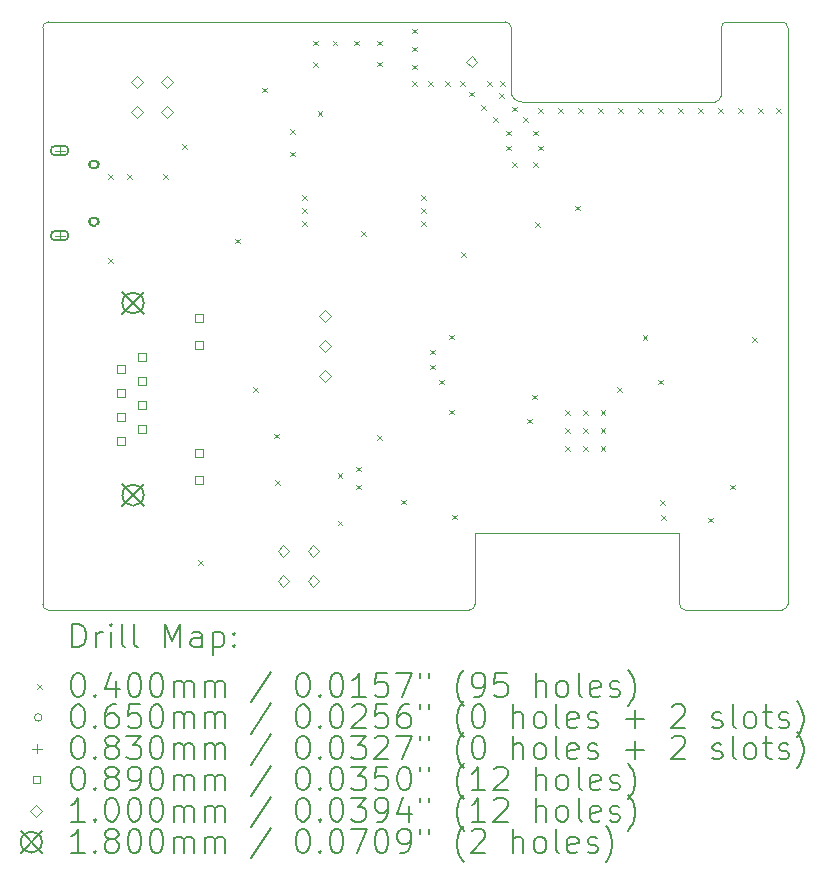
<source format=gbr>
%FSLAX45Y45*%
G04 Gerber Fmt 4.5, Leading zero omitted, Abs format (unit mm)*
G04 Created by KiCad (PCBNEW (6.0.6-0)) date 2022-08-24 21:23:55*
%MOMM*%
%LPD*%
G01*
G04 APERTURE LIST*
%TA.AperFunction,Profile*%
%ADD10C,0.100000*%
%TD*%
%ADD11C,0.200000*%
%ADD12C,0.040000*%
%ADD13C,0.065000*%
%ADD14C,0.083000*%
%ADD15C,0.089000*%
%ADD16C,0.100000*%
%ADD17C,0.180000*%
G04 APERTURE END LIST*
D10*
X5273200Y-15596800D02*
G75*
G03*
X5323200Y-15646800I50000J0D01*
G01*
X9189925Y-10666800D02*
X5323200Y-10666800D01*
X8886055Y-15646800D02*
X5323200Y-15646800D01*
X11533200Y-15646800D02*
X10716055Y-15646800D01*
X10666060Y-15596800D02*
G75*
G03*
X10716055Y-15646800I50000J0D01*
G01*
X11533200Y-15646800D02*
G75*
G03*
X11583200Y-15596800I0J50000D01*
G01*
X11583200Y-15596800D02*
X11583200Y-10716800D01*
X10666055Y-14996800D02*
X8936055Y-14996800D01*
X5273200Y-15596800D02*
X5273200Y-10716800D01*
X11583200Y-10716800D02*
G75*
G03*
X11533200Y-10666800I-50000J0D01*
G01*
X11533200Y-10666800D02*
X11069326Y-10666800D01*
X11069326Y-10666794D02*
G75*
G03*
X11018520Y-10716800I4J-50817D01*
G01*
X9240519Y-11254740D02*
G75*
G03*
X9331960Y-11343045I86321J-2110D01*
G01*
X11018520Y-11292600D02*
X11018520Y-10716800D01*
X10666055Y-15596800D02*
X10666055Y-14996800D01*
X5323200Y-10666800D02*
G75*
G03*
X5273200Y-10716800I0J-50000D01*
G01*
X8886055Y-15646795D02*
G75*
G03*
X8936055Y-15596800I5J49995D01*
G01*
X10967322Y-11343130D02*
X9331960Y-11343045D01*
X8936055Y-14996800D02*
X8936055Y-15596800D01*
X9240714Y-10716800D02*
G75*
G03*
X9189925Y-10666800I-50794J-800D01*
G01*
X10967322Y-11343134D02*
G75*
G03*
X11018520Y-11292600I-2J51204D01*
G01*
X9240520Y-11254740D02*
X9240715Y-10716800D01*
D11*
D12*
X5831087Y-11959099D02*
X5871087Y-11999099D01*
X5871087Y-11959099D02*
X5831087Y-11999099D01*
X5831087Y-12668373D02*
X5871087Y-12708373D01*
X5871087Y-12668373D02*
X5831087Y-12708373D01*
X5987100Y-11956100D02*
X6027100Y-11996100D01*
X6027100Y-11956100D02*
X5987100Y-11996100D01*
X6291900Y-11956100D02*
X6331900Y-11996100D01*
X6331900Y-11956100D02*
X6291900Y-11996100D01*
X6457000Y-11702100D02*
X6497000Y-11742100D01*
X6497000Y-11702100D02*
X6457000Y-11742100D01*
X6592030Y-15226760D02*
X6632030Y-15266760D01*
X6632030Y-15226760D02*
X6592030Y-15266760D01*
X6901500Y-12502200D02*
X6941500Y-12542200D01*
X6941500Y-12502200D02*
X6901500Y-12542200D01*
X7053900Y-13759500D02*
X7093900Y-13799500D01*
X7093900Y-13759500D02*
X7053900Y-13799500D01*
X7130100Y-11224580D02*
X7170100Y-11264580D01*
X7170100Y-11224580D02*
X7130100Y-11264580D01*
X7231700Y-14153200D02*
X7271700Y-14193200D01*
X7271700Y-14153200D02*
X7231700Y-14193200D01*
X7244400Y-14546900D02*
X7284400Y-14586900D01*
X7284400Y-14546900D02*
X7244400Y-14586900D01*
X7371400Y-11575100D02*
X7411400Y-11615100D01*
X7411400Y-11575100D02*
X7371400Y-11615100D01*
X7371400Y-11765600D02*
X7411400Y-11805600D01*
X7411400Y-11765600D02*
X7371400Y-11805600D01*
X7469630Y-12133120D02*
X7509630Y-12173120D01*
X7509630Y-12133120D02*
X7469630Y-12173120D01*
X7469630Y-12243120D02*
X7509630Y-12283120D01*
X7509630Y-12243120D02*
X7469630Y-12283120D01*
X7469630Y-12353120D02*
X7509630Y-12393120D01*
X7509630Y-12353120D02*
X7469630Y-12393120D01*
X7564440Y-10825800D02*
X7604440Y-10865800D01*
X7604440Y-10825800D02*
X7564440Y-10865800D01*
X7564440Y-11009950D02*
X7604440Y-11049950D01*
X7604440Y-11009950D02*
X7564440Y-11049950D01*
X7602540Y-11422700D02*
X7642540Y-11462700D01*
X7642540Y-11422700D02*
X7602540Y-11462700D01*
X7729540Y-10825800D02*
X7769540Y-10865800D01*
X7769540Y-10825800D02*
X7729540Y-10865800D01*
X7772720Y-14489751D02*
X7812720Y-14529751D01*
X7812720Y-14489751D02*
X7772720Y-14529751D01*
X7772720Y-14889800D02*
X7812720Y-14929800D01*
X7812720Y-14889800D02*
X7772720Y-14929800D01*
X7913690Y-10825800D02*
X7953690Y-10865800D01*
X7953690Y-10825800D02*
X7913690Y-10865800D01*
X7930200Y-14432600D02*
X7970200Y-14472600D01*
X7970200Y-14432600D02*
X7930200Y-14472600D01*
X7930200Y-14585000D02*
X7970200Y-14625000D01*
X7970200Y-14585000D02*
X7930200Y-14625000D01*
X7968300Y-12438700D02*
X8008300Y-12478700D01*
X8008300Y-12438700D02*
X7968300Y-12478700D01*
X8104190Y-10825800D02*
X8144190Y-10865800D01*
X8144190Y-10825800D02*
X8104190Y-10865800D01*
X8104190Y-11003600D02*
X8144190Y-11043600D01*
X8144190Y-11003600D02*
X8104190Y-11043600D01*
X8108000Y-14165900D02*
X8148000Y-14205900D01*
X8148000Y-14165900D02*
X8108000Y-14205900D01*
X8311200Y-14712000D02*
X8351200Y-14752000D01*
X8351200Y-14712000D02*
X8311200Y-14752000D01*
X8400100Y-10724200D02*
X8440100Y-10764200D01*
X8440100Y-10724200D02*
X8400100Y-10764200D01*
X8400100Y-10876600D02*
X8440100Y-10916600D01*
X8440100Y-10876600D02*
X8400100Y-10916600D01*
X8400100Y-11029000D02*
X8440100Y-11069000D01*
X8440100Y-11029000D02*
X8400100Y-11069000D01*
X8400100Y-11168700D02*
X8440100Y-11208700D01*
X8440100Y-11168700D02*
X8400100Y-11208700D01*
X8479630Y-12133120D02*
X8519630Y-12173120D01*
X8519630Y-12133120D02*
X8479630Y-12173120D01*
X8479630Y-12243120D02*
X8519630Y-12283120D01*
X8519630Y-12243120D02*
X8479630Y-12283120D01*
X8479630Y-12353120D02*
X8519630Y-12393120D01*
X8519630Y-12353120D02*
X8479630Y-12393120D01*
X8539800Y-11168700D02*
X8579800Y-11208700D01*
X8579800Y-11168700D02*
X8539800Y-11208700D01*
X8552500Y-13442000D02*
X8592500Y-13482000D01*
X8592500Y-13442000D02*
X8552500Y-13482000D01*
X8552500Y-13569000D02*
X8592500Y-13609000D01*
X8592500Y-13569000D02*
X8552500Y-13609000D01*
X8628700Y-13696000D02*
X8668700Y-13736000D01*
X8668700Y-13696000D02*
X8628700Y-13736000D01*
X8679500Y-11168700D02*
X8719500Y-11208700D01*
X8719500Y-11168700D02*
X8679500Y-11208700D01*
X8717600Y-13315000D02*
X8757600Y-13355000D01*
X8757600Y-13315000D02*
X8717600Y-13355000D01*
X8717600Y-13950000D02*
X8757600Y-13990000D01*
X8757600Y-13950000D02*
X8717600Y-13990000D01*
X8743000Y-14839000D02*
X8783000Y-14879000D01*
X8783000Y-14839000D02*
X8743000Y-14879000D01*
X8806500Y-11168700D02*
X8846500Y-11208700D01*
X8846500Y-11168700D02*
X8806500Y-11208700D01*
X8819200Y-12616500D02*
X8859200Y-12656500D01*
X8859200Y-12616500D02*
X8819200Y-12656500D01*
X8882700Y-11257600D02*
X8922700Y-11297600D01*
X8922700Y-11257600D02*
X8882700Y-11297600D01*
X8984300Y-11371900D02*
X9024300Y-11411900D01*
X9024300Y-11371900D02*
X8984300Y-11411900D01*
X9035100Y-11168700D02*
X9075100Y-11208700D01*
X9075100Y-11168700D02*
X9035100Y-11208700D01*
X9085900Y-11473500D02*
X9125900Y-11513500D01*
X9125900Y-11473500D02*
X9085900Y-11513500D01*
X9136700Y-11270300D02*
X9176700Y-11310300D01*
X9176700Y-11270300D02*
X9136700Y-11310300D01*
X9149400Y-11168700D02*
X9189400Y-11208700D01*
X9189400Y-11168700D02*
X9149400Y-11208700D01*
X9200200Y-11587800D02*
X9240200Y-11627800D01*
X9240200Y-11587800D02*
X9200200Y-11627800D01*
X9200200Y-11714800D02*
X9240200Y-11754800D01*
X9240200Y-11714800D02*
X9200200Y-11754800D01*
X9251000Y-11384600D02*
X9291000Y-11424600D01*
X9291000Y-11384600D02*
X9251000Y-11424600D01*
X9251000Y-11854500D02*
X9291000Y-11894500D01*
X9291000Y-11854500D02*
X9251000Y-11894500D01*
X9339900Y-11473500D02*
X9379900Y-11513500D01*
X9379900Y-11473500D02*
X9339900Y-11513500D01*
X9378000Y-14026200D02*
X9418000Y-14066200D01*
X9418000Y-14026200D02*
X9378000Y-14066200D01*
X9416100Y-13823000D02*
X9456100Y-13863000D01*
X9456100Y-13823000D02*
X9416100Y-13863000D01*
X9428800Y-11587800D02*
X9468800Y-11627800D01*
X9468800Y-11587800D02*
X9428800Y-11627800D01*
X9428800Y-11854500D02*
X9468800Y-11894500D01*
X9468800Y-11854500D02*
X9428800Y-11894500D01*
X9441500Y-12362500D02*
X9481500Y-12402500D01*
X9481500Y-12362500D02*
X9441500Y-12402500D01*
X9466900Y-11714800D02*
X9506900Y-11754800D01*
X9506900Y-11714800D02*
X9466900Y-11754800D01*
X9467800Y-11397300D02*
X9507800Y-11437300D01*
X9507800Y-11397300D02*
X9467800Y-11437300D01*
X9637800Y-11397300D02*
X9677800Y-11437300D01*
X9677800Y-11397300D02*
X9637800Y-11437300D01*
X9695500Y-13952540D02*
X9735500Y-13992540D01*
X9735500Y-13952540D02*
X9695500Y-13992540D01*
X9695500Y-14107480D02*
X9735500Y-14147480D01*
X9735500Y-14107480D02*
X9695500Y-14147480D01*
X9695500Y-14259880D02*
X9735500Y-14299880D01*
X9735500Y-14259880D02*
X9695500Y-14299880D01*
X9784400Y-12222800D02*
X9824400Y-12262800D01*
X9824400Y-12222800D02*
X9784400Y-12262800D01*
X9807800Y-11397300D02*
X9847800Y-11437300D01*
X9847800Y-11397300D02*
X9807800Y-11437300D01*
X9847900Y-13955080D02*
X9887900Y-13995080D01*
X9887900Y-13955080D02*
X9847900Y-13995080D01*
X9847900Y-14110020D02*
X9887900Y-14150020D01*
X9887900Y-14110020D02*
X9847900Y-14150020D01*
X9847900Y-14262420D02*
X9887900Y-14302420D01*
X9887900Y-14262420D02*
X9847900Y-14302420D01*
X9977800Y-11397300D02*
X10017800Y-11437300D01*
X10017800Y-11397300D02*
X9977800Y-11437300D01*
X9997760Y-13955080D02*
X10037760Y-13995080D01*
X10037760Y-13955080D02*
X9997760Y-13995080D01*
X9997760Y-14110020D02*
X10037760Y-14150020D01*
X10037760Y-14110020D02*
X9997760Y-14150020D01*
X9997760Y-14262420D02*
X10037760Y-14302420D01*
X10037760Y-14262420D02*
X9997760Y-14302420D01*
X10140000Y-13759500D02*
X10180000Y-13799500D01*
X10180000Y-13759500D02*
X10140000Y-13799500D01*
X10147800Y-11397300D02*
X10187800Y-11437300D01*
X10187800Y-11397300D02*
X10147800Y-11437300D01*
X10317800Y-11397300D02*
X10357800Y-11437300D01*
X10357800Y-11397300D02*
X10317800Y-11437300D01*
X10353360Y-13317540D02*
X10393360Y-13357540D01*
X10393360Y-13317540D02*
X10353360Y-13357540D01*
X10482900Y-13696000D02*
X10522900Y-13736000D01*
X10522900Y-13696000D02*
X10482900Y-13736000D01*
X10483800Y-11397300D02*
X10523800Y-11437300D01*
X10523800Y-11397300D02*
X10483800Y-11437300D01*
X10500680Y-14717080D02*
X10540680Y-14757080D01*
X10540680Y-14717080D02*
X10500680Y-14757080D01*
X10510840Y-14844080D02*
X10550840Y-14884080D01*
X10550840Y-14844080D02*
X10510840Y-14884080D01*
X10653800Y-11397300D02*
X10693800Y-11437300D01*
X10693800Y-11397300D02*
X10653800Y-11437300D01*
X10823800Y-11397300D02*
X10863800Y-11437300D01*
X10863800Y-11397300D02*
X10823800Y-11437300D01*
X10907080Y-14864400D02*
X10947080Y-14904400D01*
X10947080Y-14864400D02*
X10907080Y-14904400D01*
X10993800Y-11397300D02*
X11033800Y-11437300D01*
X11033800Y-11397300D02*
X10993800Y-11437300D01*
X11092500Y-14585000D02*
X11132500Y-14625000D01*
X11132500Y-14585000D02*
X11092500Y-14625000D01*
X11163800Y-11397300D02*
X11203800Y-11437300D01*
X11203800Y-11397300D02*
X11163800Y-11437300D01*
X11283000Y-13337860D02*
X11323000Y-13377860D01*
X11323000Y-13337860D02*
X11283000Y-13377860D01*
X11333800Y-11397300D02*
X11373800Y-11437300D01*
X11373800Y-11397300D02*
X11333800Y-11437300D01*
X11486200Y-11397300D02*
X11526200Y-11437300D01*
X11526200Y-11397300D02*
X11486200Y-11437300D01*
D13*
X5740320Y-11874300D02*
G75*
G03*
X5740320Y-11874300I-32500J0D01*
G01*
D11*
X5717820Y-11841800D02*
X5697820Y-11841800D01*
X5717820Y-11906800D02*
X5697820Y-11906800D01*
X5697820Y-11841800D02*
G75*
G03*
X5697820Y-11906800I0J-32500D01*
G01*
X5717820Y-11906800D02*
G75*
G03*
X5717820Y-11841800I0J32500D01*
G01*
D13*
X5740320Y-12359300D02*
G75*
G03*
X5740320Y-12359300I-32500J0D01*
G01*
D11*
X5717820Y-12326800D02*
X5697820Y-12326800D01*
X5717820Y-12391800D02*
X5697820Y-12391800D01*
X5697820Y-12326800D02*
G75*
G03*
X5697820Y-12391800I0J-32500D01*
G01*
X5717820Y-12391800D02*
G75*
G03*
X5717820Y-12326800I0J32500D01*
G01*
D14*
X5417820Y-11715300D02*
X5417820Y-11798300D01*
X5376320Y-11756800D02*
X5459320Y-11756800D01*
D11*
X5451320Y-11715300D02*
X5384320Y-11715300D01*
X5451320Y-11798300D02*
X5384320Y-11798300D01*
X5384320Y-11715300D02*
G75*
G03*
X5384320Y-11798300I0J-41500D01*
G01*
X5451320Y-11798300D02*
G75*
G03*
X5451320Y-11715300I0J41500D01*
G01*
D14*
X5417820Y-12435300D02*
X5417820Y-12518300D01*
X5376320Y-12476800D02*
X5459320Y-12476800D01*
D11*
X5451320Y-12435300D02*
X5384320Y-12435300D01*
X5451320Y-12518300D02*
X5384320Y-12518300D01*
X5384320Y-12435300D02*
G75*
G03*
X5384320Y-12518300I0J-41500D01*
G01*
X5451320Y-12518300D02*
G75*
G03*
X5451320Y-12435300I0J41500D01*
G01*
D15*
X5968717Y-13637117D02*
X5968717Y-13574183D01*
X5905783Y-13574183D01*
X5905783Y-13637117D01*
X5968717Y-13637117D01*
X5968717Y-13841117D02*
X5968717Y-13778183D01*
X5905783Y-13778183D01*
X5905783Y-13841117D01*
X5968717Y-13841117D01*
X5968717Y-14045117D02*
X5968717Y-13982183D01*
X5905783Y-13982183D01*
X5905783Y-14045117D01*
X5968717Y-14045117D01*
X5968717Y-14249117D02*
X5968717Y-14186183D01*
X5905783Y-14186183D01*
X5905783Y-14249117D01*
X5968717Y-14249117D01*
X6146717Y-13535117D02*
X6146717Y-13472183D01*
X6083783Y-13472183D01*
X6083783Y-13535117D01*
X6146717Y-13535117D01*
X6146717Y-13739117D02*
X6146717Y-13676183D01*
X6083783Y-13676183D01*
X6083783Y-13739117D01*
X6146717Y-13739117D01*
X6146717Y-13943117D02*
X6146717Y-13880183D01*
X6083783Y-13880183D01*
X6083783Y-13943117D01*
X6146717Y-13943117D01*
X6146717Y-14147117D02*
X6146717Y-14084183D01*
X6083783Y-14084183D01*
X6083783Y-14147117D01*
X6146717Y-14147117D01*
X6627717Y-13206117D02*
X6627717Y-13143183D01*
X6564783Y-13143183D01*
X6564783Y-13206117D01*
X6627717Y-13206117D01*
X6627717Y-13435117D02*
X6627717Y-13372183D01*
X6564783Y-13372183D01*
X6564783Y-13435117D01*
X6627717Y-13435117D01*
X6627717Y-14349117D02*
X6627717Y-14286183D01*
X6564783Y-14286183D01*
X6564783Y-14349117D01*
X6627717Y-14349117D01*
X6627717Y-14578117D02*
X6627717Y-14515183D01*
X6564783Y-14515183D01*
X6564783Y-14578117D01*
X6627717Y-14578117D01*
D16*
X6070600Y-11226000D02*
X6120600Y-11176000D01*
X6070600Y-11126000D01*
X6020600Y-11176000D01*
X6070600Y-11226000D01*
X6070600Y-11480000D02*
X6120600Y-11430000D01*
X6070600Y-11380000D01*
X6020600Y-11430000D01*
X6070600Y-11480000D01*
X6324600Y-11226000D02*
X6374600Y-11176000D01*
X6324600Y-11126000D01*
X6274600Y-11176000D01*
X6324600Y-11226000D01*
X6324600Y-11480000D02*
X6374600Y-11430000D01*
X6324600Y-11380000D01*
X6274600Y-11430000D01*
X6324600Y-11480000D01*
X7312660Y-15198560D02*
X7362660Y-15148560D01*
X7312660Y-15098560D01*
X7262660Y-15148560D01*
X7312660Y-15198560D01*
X7312660Y-15452560D02*
X7362660Y-15402560D01*
X7312660Y-15352560D01*
X7262660Y-15402560D01*
X7312660Y-15452560D01*
X7566660Y-15198560D02*
X7616660Y-15148560D01*
X7566660Y-15098560D01*
X7516660Y-15148560D01*
X7566660Y-15198560D01*
X7566660Y-15452560D02*
X7616660Y-15402560D01*
X7566660Y-15352560D01*
X7516660Y-15402560D01*
X7566660Y-15452560D01*
X7665490Y-13210600D02*
X7715490Y-13160600D01*
X7665490Y-13110600D01*
X7615490Y-13160600D01*
X7665490Y-13210600D01*
X7665490Y-13464600D02*
X7715490Y-13414600D01*
X7665490Y-13364600D01*
X7615490Y-13414600D01*
X7665490Y-13464600D01*
X7665490Y-13718600D02*
X7715490Y-13668600D01*
X7665490Y-13618600D01*
X7615490Y-13668600D01*
X7665490Y-13718600D01*
X8905240Y-11053280D02*
X8955240Y-11003280D01*
X8905240Y-10953280D01*
X8855240Y-11003280D01*
X8905240Y-11053280D01*
D17*
X5949250Y-12957650D02*
X6129250Y-13137650D01*
X6129250Y-12957650D02*
X5949250Y-13137650D01*
X6129250Y-13047650D02*
G75*
G03*
X6129250Y-13047650I-90000J0D01*
G01*
X5949250Y-14583650D02*
X6129250Y-14763650D01*
X6129250Y-14583650D02*
X5949250Y-14763650D01*
X6129250Y-14673650D02*
G75*
G03*
X6129250Y-14673650I-90000J0D01*
G01*
D11*
X5525819Y-15962276D02*
X5525819Y-15762276D01*
X5573438Y-15762276D01*
X5602009Y-15771800D01*
X5621057Y-15790848D01*
X5630581Y-15809895D01*
X5640105Y-15847990D01*
X5640105Y-15876562D01*
X5630581Y-15914657D01*
X5621057Y-15933705D01*
X5602009Y-15952752D01*
X5573438Y-15962276D01*
X5525819Y-15962276D01*
X5725819Y-15962276D02*
X5725819Y-15828943D01*
X5725819Y-15867038D02*
X5735343Y-15847990D01*
X5744867Y-15838467D01*
X5763914Y-15828943D01*
X5782962Y-15828943D01*
X5849628Y-15962276D02*
X5849628Y-15828943D01*
X5849628Y-15762276D02*
X5840105Y-15771800D01*
X5849628Y-15781324D01*
X5859152Y-15771800D01*
X5849628Y-15762276D01*
X5849628Y-15781324D01*
X5973438Y-15962276D02*
X5954390Y-15952752D01*
X5944867Y-15933705D01*
X5944867Y-15762276D01*
X6078200Y-15962276D02*
X6059152Y-15952752D01*
X6049628Y-15933705D01*
X6049628Y-15762276D01*
X6306771Y-15962276D02*
X6306771Y-15762276D01*
X6373438Y-15905133D01*
X6440105Y-15762276D01*
X6440105Y-15962276D01*
X6621057Y-15962276D02*
X6621057Y-15857514D01*
X6611533Y-15838467D01*
X6592486Y-15828943D01*
X6554390Y-15828943D01*
X6535343Y-15838467D01*
X6621057Y-15952752D02*
X6602009Y-15962276D01*
X6554390Y-15962276D01*
X6535343Y-15952752D01*
X6525819Y-15933705D01*
X6525819Y-15914657D01*
X6535343Y-15895609D01*
X6554390Y-15886086D01*
X6602009Y-15886086D01*
X6621057Y-15876562D01*
X6716295Y-15828943D02*
X6716295Y-16028943D01*
X6716295Y-15838467D02*
X6735343Y-15828943D01*
X6773438Y-15828943D01*
X6792486Y-15838467D01*
X6802009Y-15847990D01*
X6811533Y-15867038D01*
X6811533Y-15924181D01*
X6802009Y-15943228D01*
X6792486Y-15952752D01*
X6773438Y-15962276D01*
X6735343Y-15962276D01*
X6716295Y-15952752D01*
X6897248Y-15943228D02*
X6906771Y-15952752D01*
X6897248Y-15962276D01*
X6887724Y-15952752D01*
X6897248Y-15943228D01*
X6897248Y-15962276D01*
X6897248Y-15838467D02*
X6906771Y-15847990D01*
X6897248Y-15857514D01*
X6887724Y-15847990D01*
X6897248Y-15838467D01*
X6897248Y-15857514D01*
D12*
X5228200Y-16271800D02*
X5268200Y-16311800D01*
X5268200Y-16271800D02*
X5228200Y-16311800D01*
D11*
X5563914Y-16182276D02*
X5582962Y-16182276D01*
X5602009Y-16191800D01*
X5611533Y-16201324D01*
X5621057Y-16220371D01*
X5630581Y-16258467D01*
X5630581Y-16306086D01*
X5621057Y-16344181D01*
X5611533Y-16363228D01*
X5602009Y-16372752D01*
X5582962Y-16382276D01*
X5563914Y-16382276D01*
X5544867Y-16372752D01*
X5535343Y-16363228D01*
X5525819Y-16344181D01*
X5516295Y-16306086D01*
X5516295Y-16258467D01*
X5525819Y-16220371D01*
X5535343Y-16201324D01*
X5544867Y-16191800D01*
X5563914Y-16182276D01*
X5716295Y-16363228D02*
X5725819Y-16372752D01*
X5716295Y-16382276D01*
X5706771Y-16372752D01*
X5716295Y-16363228D01*
X5716295Y-16382276D01*
X5897248Y-16248943D02*
X5897248Y-16382276D01*
X5849628Y-16172752D02*
X5802009Y-16315609D01*
X5925819Y-16315609D01*
X6040105Y-16182276D02*
X6059152Y-16182276D01*
X6078200Y-16191800D01*
X6087724Y-16201324D01*
X6097248Y-16220371D01*
X6106771Y-16258467D01*
X6106771Y-16306086D01*
X6097248Y-16344181D01*
X6087724Y-16363228D01*
X6078200Y-16372752D01*
X6059152Y-16382276D01*
X6040105Y-16382276D01*
X6021057Y-16372752D01*
X6011533Y-16363228D01*
X6002009Y-16344181D01*
X5992486Y-16306086D01*
X5992486Y-16258467D01*
X6002009Y-16220371D01*
X6011533Y-16201324D01*
X6021057Y-16191800D01*
X6040105Y-16182276D01*
X6230581Y-16182276D02*
X6249628Y-16182276D01*
X6268676Y-16191800D01*
X6278200Y-16201324D01*
X6287724Y-16220371D01*
X6297248Y-16258467D01*
X6297248Y-16306086D01*
X6287724Y-16344181D01*
X6278200Y-16363228D01*
X6268676Y-16372752D01*
X6249628Y-16382276D01*
X6230581Y-16382276D01*
X6211533Y-16372752D01*
X6202009Y-16363228D01*
X6192486Y-16344181D01*
X6182962Y-16306086D01*
X6182962Y-16258467D01*
X6192486Y-16220371D01*
X6202009Y-16201324D01*
X6211533Y-16191800D01*
X6230581Y-16182276D01*
X6382962Y-16382276D02*
X6382962Y-16248943D01*
X6382962Y-16267990D02*
X6392486Y-16258467D01*
X6411533Y-16248943D01*
X6440105Y-16248943D01*
X6459152Y-16258467D01*
X6468676Y-16277514D01*
X6468676Y-16382276D01*
X6468676Y-16277514D02*
X6478200Y-16258467D01*
X6497248Y-16248943D01*
X6525819Y-16248943D01*
X6544867Y-16258467D01*
X6554390Y-16277514D01*
X6554390Y-16382276D01*
X6649628Y-16382276D02*
X6649628Y-16248943D01*
X6649628Y-16267990D02*
X6659152Y-16258467D01*
X6678200Y-16248943D01*
X6706771Y-16248943D01*
X6725819Y-16258467D01*
X6735343Y-16277514D01*
X6735343Y-16382276D01*
X6735343Y-16277514D02*
X6744867Y-16258467D01*
X6763914Y-16248943D01*
X6792486Y-16248943D01*
X6811533Y-16258467D01*
X6821057Y-16277514D01*
X6821057Y-16382276D01*
X7211533Y-16172752D02*
X7040105Y-16429895D01*
X7468676Y-16182276D02*
X7487724Y-16182276D01*
X7506771Y-16191800D01*
X7516295Y-16201324D01*
X7525819Y-16220371D01*
X7535343Y-16258467D01*
X7535343Y-16306086D01*
X7525819Y-16344181D01*
X7516295Y-16363228D01*
X7506771Y-16372752D01*
X7487724Y-16382276D01*
X7468676Y-16382276D01*
X7449628Y-16372752D01*
X7440105Y-16363228D01*
X7430581Y-16344181D01*
X7421057Y-16306086D01*
X7421057Y-16258467D01*
X7430581Y-16220371D01*
X7440105Y-16201324D01*
X7449628Y-16191800D01*
X7468676Y-16182276D01*
X7621057Y-16363228D02*
X7630581Y-16372752D01*
X7621057Y-16382276D01*
X7611533Y-16372752D01*
X7621057Y-16363228D01*
X7621057Y-16382276D01*
X7754390Y-16182276D02*
X7773438Y-16182276D01*
X7792486Y-16191800D01*
X7802009Y-16201324D01*
X7811533Y-16220371D01*
X7821057Y-16258467D01*
X7821057Y-16306086D01*
X7811533Y-16344181D01*
X7802009Y-16363228D01*
X7792486Y-16372752D01*
X7773438Y-16382276D01*
X7754390Y-16382276D01*
X7735343Y-16372752D01*
X7725819Y-16363228D01*
X7716295Y-16344181D01*
X7706771Y-16306086D01*
X7706771Y-16258467D01*
X7716295Y-16220371D01*
X7725819Y-16201324D01*
X7735343Y-16191800D01*
X7754390Y-16182276D01*
X8011533Y-16382276D02*
X7897248Y-16382276D01*
X7954390Y-16382276D02*
X7954390Y-16182276D01*
X7935343Y-16210848D01*
X7916295Y-16229895D01*
X7897248Y-16239419D01*
X8192486Y-16182276D02*
X8097248Y-16182276D01*
X8087724Y-16277514D01*
X8097248Y-16267990D01*
X8116295Y-16258467D01*
X8163914Y-16258467D01*
X8182962Y-16267990D01*
X8192486Y-16277514D01*
X8202009Y-16296562D01*
X8202009Y-16344181D01*
X8192486Y-16363228D01*
X8182962Y-16372752D01*
X8163914Y-16382276D01*
X8116295Y-16382276D01*
X8097248Y-16372752D01*
X8087724Y-16363228D01*
X8268676Y-16182276D02*
X8402010Y-16182276D01*
X8316295Y-16382276D01*
X8468676Y-16182276D02*
X8468676Y-16220371D01*
X8544867Y-16182276D02*
X8544867Y-16220371D01*
X8840105Y-16458467D02*
X8830581Y-16448943D01*
X8811533Y-16420371D01*
X8802010Y-16401324D01*
X8792486Y-16372752D01*
X8782962Y-16325133D01*
X8782962Y-16287038D01*
X8792486Y-16239419D01*
X8802010Y-16210848D01*
X8811533Y-16191800D01*
X8830581Y-16163228D01*
X8840105Y-16153705D01*
X8925819Y-16382276D02*
X8963914Y-16382276D01*
X8982962Y-16372752D01*
X8992486Y-16363228D01*
X9011533Y-16334657D01*
X9021057Y-16296562D01*
X9021057Y-16220371D01*
X9011533Y-16201324D01*
X9002010Y-16191800D01*
X8982962Y-16182276D01*
X8944867Y-16182276D01*
X8925819Y-16191800D01*
X8916295Y-16201324D01*
X8906771Y-16220371D01*
X8906771Y-16267990D01*
X8916295Y-16287038D01*
X8925819Y-16296562D01*
X8944867Y-16306086D01*
X8982962Y-16306086D01*
X9002010Y-16296562D01*
X9011533Y-16287038D01*
X9021057Y-16267990D01*
X9202010Y-16182276D02*
X9106771Y-16182276D01*
X9097248Y-16277514D01*
X9106771Y-16267990D01*
X9125819Y-16258467D01*
X9173438Y-16258467D01*
X9192486Y-16267990D01*
X9202010Y-16277514D01*
X9211533Y-16296562D01*
X9211533Y-16344181D01*
X9202010Y-16363228D01*
X9192486Y-16372752D01*
X9173438Y-16382276D01*
X9125819Y-16382276D01*
X9106771Y-16372752D01*
X9097248Y-16363228D01*
X9449629Y-16382276D02*
X9449629Y-16182276D01*
X9535343Y-16382276D02*
X9535343Y-16277514D01*
X9525819Y-16258467D01*
X9506771Y-16248943D01*
X9478200Y-16248943D01*
X9459152Y-16258467D01*
X9449629Y-16267990D01*
X9659152Y-16382276D02*
X9640105Y-16372752D01*
X9630581Y-16363228D01*
X9621057Y-16344181D01*
X9621057Y-16287038D01*
X9630581Y-16267990D01*
X9640105Y-16258467D01*
X9659152Y-16248943D01*
X9687724Y-16248943D01*
X9706771Y-16258467D01*
X9716295Y-16267990D01*
X9725819Y-16287038D01*
X9725819Y-16344181D01*
X9716295Y-16363228D01*
X9706771Y-16372752D01*
X9687724Y-16382276D01*
X9659152Y-16382276D01*
X9840105Y-16382276D02*
X9821057Y-16372752D01*
X9811533Y-16353705D01*
X9811533Y-16182276D01*
X9992486Y-16372752D02*
X9973438Y-16382276D01*
X9935343Y-16382276D01*
X9916295Y-16372752D01*
X9906771Y-16353705D01*
X9906771Y-16277514D01*
X9916295Y-16258467D01*
X9935343Y-16248943D01*
X9973438Y-16248943D01*
X9992486Y-16258467D01*
X10002010Y-16277514D01*
X10002010Y-16296562D01*
X9906771Y-16315609D01*
X10078200Y-16372752D02*
X10097248Y-16382276D01*
X10135343Y-16382276D01*
X10154390Y-16372752D01*
X10163914Y-16353705D01*
X10163914Y-16344181D01*
X10154390Y-16325133D01*
X10135343Y-16315609D01*
X10106771Y-16315609D01*
X10087724Y-16306086D01*
X10078200Y-16287038D01*
X10078200Y-16277514D01*
X10087724Y-16258467D01*
X10106771Y-16248943D01*
X10135343Y-16248943D01*
X10154390Y-16258467D01*
X10230581Y-16458467D02*
X10240105Y-16448943D01*
X10259152Y-16420371D01*
X10268676Y-16401324D01*
X10278200Y-16372752D01*
X10287724Y-16325133D01*
X10287724Y-16287038D01*
X10278200Y-16239419D01*
X10268676Y-16210848D01*
X10259152Y-16191800D01*
X10240105Y-16163228D01*
X10230581Y-16153705D01*
D13*
X5268200Y-16555800D02*
G75*
G03*
X5268200Y-16555800I-32500J0D01*
G01*
D11*
X5563914Y-16446276D02*
X5582962Y-16446276D01*
X5602009Y-16455800D01*
X5611533Y-16465324D01*
X5621057Y-16484371D01*
X5630581Y-16522467D01*
X5630581Y-16570086D01*
X5621057Y-16608181D01*
X5611533Y-16627228D01*
X5602009Y-16636752D01*
X5582962Y-16646276D01*
X5563914Y-16646276D01*
X5544867Y-16636752D01*
X5535343Y-16627228D01*
X5525819Y-16608181D01*
X5516295Y-16570086D01*
X5516295Y-16522467D01*
X5525819Y-16484371D01*
X5535343Y-16465324D01*
X5544867Y-16455800D01*
X5563914Y-16446276D01*
X5716295Y-16627228D02*
X5725819Y-16636752D01*
X5716295Y-16646276D01*
X5706771Y-16636752D01*
X5716295Y-16627228D01*
X5716295Y-16646276D01*
X5897248Y-16446276D02*
X5859152Y-16446276D01*
X5840105Y-16455800D01*
X5830581Y-16465324D01*
X5811533Y-16493895D01*
X5802009Y-16531990D01*
X5802009Y-16608181D01*
X5811533Y-16627228D01*
X5821057Y-16636752D01*
X5840105Y-16646276D01*
X5878200Y-16646276D01*
X5897248Y-16636752D01*
X5906771Y-16627228D01*
X5916295Y-16608181D01*
X5916295Y-16560562D01*
X5906771Y-16541514D01*
X5897248Y-16531990D01*
X5878200Y-16522467D01*
X5840105Y-16522467D01*
X5821057Y-16531990D01*
X5811533Y-16541514D01*
X5802009Y-16560562D01*
X6097248Y-16446276D02*
X6002009Y-16446276D01*
X5992486Y-16541514D01*
X6002009Y-16531990D01*
X6021057Y-16522467D01*
X6068676Y-16522467D01*
X6087724Y-16531990D01*
X6097248Y-16541514D01*
X6106771Y-16560562D01*
X6106771Y-16608181D01*
X6097248Y-16627228D01*
X6087724Y-16636752D01*
X6068676Y-16646276D01*
X6021057Y-16646276D01*
X6002009Y-16636752D01*
X5992486Y-16627228D01*
X6230581Y-16446276D02*
X6249628Y-16446276D01*
X6268676Y-16455800D01*
X6278200Y-16465324D01*
X6287724Y-16484371D01*
X6297248Y-16522467D01*
X6297248Y-16570086D01*
X6287724Y-16608181D01*
X6278200Y-16627228D01*
X6268676Y-16636752D01*
X6249628Y-16646276D01*
X6230581Y-16646276D01*
X6211533Y-16636752D01*
X6202009Y-16627228D01*
X6192486Y-16608181D01*
X6182962Y-16570086D01*
X6182962Y-16522467D01*
X6192486Y-16484371D01*
X6202009Y-16465324D01*
X6211533Y-16455800D01*
X6230581Y-16446276D01*
X6382962Y-16646276D02*
X6382962Y-16512943D01*
X6382962Y-16531990D02*
X6392486Y-16522467D01*
X6411533Y-16512943D01*
X6440105Y-16512943D01*
X6459152Y-16522467D01*
X6468676Y-16541514D01*
X6468676Y-16646276D01*
X6468676Y-16541514D02*
X6478200Y-16522467D01*
X6497248Y-16512943D01*
X6525819Y-16512943D01*
X6544867Y-16522467D01*
X6554390Y-16541514D01*
X6554390Y-16646276D01*
X6649628Y-16646276D02*
X6649628Y-16512943D01*
X6649628Y-16531990D02*
X6659152Y-16522467D01*
X6678200Y-16512943D01*
X6706771Y-16512943D01*
X6725819Y-16522467D01*
X6735343Y-16541514D01*
X6735343Y-16646276D01*
X6735343Y-16541514D02*
X6744867Y-16522467D01*
X6763914Y-16512943D01*
X6792486Y-16512943D01*
X6811533Y-16522467D01*
X6821057Y-16541514D01*
X6821057Y-16646276D01*
X7211533Y-16436752D02*
X7040105Y-16693895D01*
X7468676Y-16446276D02*
X7487724Y-16446276D01*
X7506771Y-16455800D01*
X7516295Y-16465324D01*
X7525819Y-16484371D01*
X7535343Y-16522467D01*
X7535343Y-16570086D01*
X7525819Y-16608181D01*
X7516295Y-16627228D01*
X7506771Y-16636752D01*
X7487724Y-16646276D01*
X7468676Y-16646276D01*
X7449628Y-16636752D01*
X7440105Y-16627228D01*
X7430581Y-16608181D01*
X7421057Y-16570086D01*
X7421057Y-16522467D01*
X7430581Y-16484371D01*
X7440105Y-16465324D01*
X7449628Y-16455800D01*
X7468676Y-16446276D01*
X7621057Y-16627228D02*
X7630581Y-16636752D01*
X7621057Y-16646276D01*
X7611533Y-16636752D01*
X7621057Y-16627228D01*
X7621057Y-16646276D01*
X7754390Y-16446276D02*
X7773438Y-16446276D01*
X7792486Y-16455800D01*
X7802009Y-16465324D01*
X7811533Y-16484371D01*
X7821057Y-16522467D01*
X7821057Y-16570086D01*
X7811533Y-16608181D01*
X7802009Y-16627228D01*
X7792486Y-16636752D01*
X7773438Y-16646276D01*
X7754390Y-16646276D01*
X7735343Y-16636752D01*
X7725819Y-16627228D01*
X7716295Y-16608181D01*
X7706771Y-16570086D01*
X7706771Y-16522467D01*
X7716295Y-16484371D01*
X7725819Y-16465324D01*
X7735343Y-16455800D01*
X7754390Y-16446276D01*
X7897248Y-16465324D02*
X7906771Y-16455800D01*
X7925819Y-16446276D01*
X7973438Y-16446276D01*
X7992486Y-16455800D01*
X8002009Y-16465324D01*
X8011533Y-16484371D01*
X8011533Y-16503419D01*
X8002009Y-16531990D01*
X7887724Y-16646276D01*
X8011533Y-16646276D01*
X8192486Y-16446276D02*
X8097248Y-16446276D01*
X8087724Y-16541514D01*
X8097248Y-16531990D01*
X8116295Y-16522467D01*
X8163914Y-16522467D01*
X8182962Y-16531990D01*
X8192486Y-16541514D01*
X8202009Y-16560562D01*
X8202009Y-16608181D01*
X8192486Y-16627228D01*
X8182962Y-16636752D01*
X8163914Y-16646276D01*
X8116295Y-16646276D01*
X8097248Y-16636752D01*
X8087724Y-16627228D01*
X8373438Y-16446276D02*
X8335343Y-16446276D01*
X8316295Y-16455800D01*
X8306771Y-16465324D01*
X8287724Y-16493895D01*
X8278200Y-16531990D01*
X8278200Y-16608181D01*
X8287724Y-16627228D01*
X8297248Y-16636752D01*
X8316295Y-16646276D01*
X8354390Y-16646276D01*
X8373438Y-16636752D01*
X8382962Y-16627228D01*
X8392486Y-16608181D01*
X8392486Y-16560562D01*
X8382962Y-16541514D01*
X8373438Y-16531990D01*
X8354390Y-16522467D01*
X8316295Y-16522467D01*
X8297248Y-16531990D01*
X8287724Y-16541514D01*
X8278200Y-16560562D01*
X8468676Y-16446276D02*
X8468676Y-16484371D01*
X8544867Y-16446276D02*
X8544867Y-16484371D01*
X8840105Y-16722467D02*
X8830581Y-16712943D01*
X8811533Y-16684371D01*
X8802010Y-16665324D01*
X8792486Y-16636752D01*
X8782962Y-16589133D01*
X8782962Y-16551038D01*
X8792486Y-16503419D01*
X8802010Y-16474848D01*
X8811533Y-16455800D01*
X8830581Y-16427228D01*
X8840105Y-16417705D01*
X8954390Y-16446276D02*
X8973438Y-16446276D01*
X8992486Y-16455800D01*
X9002010Y-16465324D01*
X9011533Y-16484371D01*
X9021057Y-16522467D01*
X9021057Y-16570086D01*
X9011533Y-16608181D01*
X9002010Y-16627228D01*
X8992486Y-16636752D01*
X8973438Y-16646276D01*
X8954390Y-16646276D01*
X8935343Y-16636752D01*
X8925819Y-16627228D01*
X8916295Y-16608181D01*
X8906771Y-16570086D01*
X8906771Y-16522467D01*
X8916295Y-16484371D01*
X8925819Y-16465324D01*
X8935343Y-16455800D01*
X8954390Y-16446276D01*
X9259152Y-16646276D02*
X9259152Y-16446276D01*
X9344867Y-16646276D02*
X9344867Y-16541514D01*
X9335343Y-16522467D01*
X9316295Y-16512943D01*
X9287724Y-16512943D01*
X9268676Y-16522467D01*
X9259152Y-16531990D01*
X9468676Y-16646276D02*
X9449629Y-16636752D01*
X9440105Y-16627228D01*
X9430581Y-16608181D01*
X9430581Y-16551038D01*
X9440105Y-16531990D01*
X9449629Y-16522467D01*
X9468676Y-16512943D01*
X9497248Y-16512943D01*
X9516295Y-16522467D01*
X9525819Y-16531990D01*
X9535343Y-16551038D01*
X9535343Y-16608181D01*
X9525819Y-16627228D01*
X9516295Y-16636752D01*
X9497248Y-16646276D01*
X9468676Y-16646276D01*
X9649629Y-16646276D02*
X9630581Y-16636752D01*
X9621057Y-16617705D01*
X9621057Y-16446276D01*
X9802010Y-16636752D02*
X9782962Y-16646276D01*
X9744867Y-16646276D01*
X9725819Y-16636752D01*
X9716295Y-16617705D01*
X9716295Y-16541514D01*
X9725819Y-16522467D01*
X9744867Y-16512943D01*
X9782962Y-16512943D01*
X9802010Y-16522467D01*
X9811533Y-16541514D01*
X9811533Y-16560562D01*
X9716295Y-16579609D01*
X9887724Y-16636752D02*
X9906771Y-16646276D01*
X9944867Y-16646276D01*
X9963914Y-16636752D01*
X9973438Y-16617705D01*
X9973438Y-16608181D01*
X9963914Y-16589133D01*
X9944867Y-16579609D01*
X9916295Y-16579609D01*
X9897248Y-16570086D01*
X9887724Y-16551038D01*
X9887724Y-16541514D01*
X9897248Y-16522467D01*
X9916295Y-16512943D01*
X9944867Y-16512943D01*
X9963914Y-16522467D01*
X10211533Y-16570086D02*
X10363914Y-16570086D01*
X10287724Y-16646276D02*
X10287724Y-16493895D01*
X10602010Y-16465324D02*
X10611533Y-16455800D01*
X10630581Y-16446276D01*
X10678200Y-16446276D01*
X10697248Y-16455800D01*
X10706771Y-16465324D01*
X10716295Y-16484371D01*
X10716295Y-16503419D01*
X10706771Y-16531990D01*
X10592486Y-16646276D01*
X10716295Y-16646276D01*
X10944867Y-16636752D02*
X10963914Y-16646276D01*
X11002010Y-16646276D01*
X11021057Y-16636752D01*
X11030581Y-16617705D01*
X11030581Y-16608181D01*
X11021057Y-16589133D01*
X11002010Y-16579609D01*
X10973438Y-16579609D01*
X10954390Y-16570086D01*
X10944867Y-16551038D01*
X10944867Y-16541514D01*
X10954390Y-16522467D01*
X10973438Y-16512943D01*
X11002010Y-16512943D01*
X11021057Y-16522467D01*
X11144867Y-16646276D02*
X11125819Y-16636752D01*
X11116295Y-16617705D01*
X11116295Y-16446276D01*
X11249628Y-16646276D02*
X11230581Y-16636752D01*
X11221057Y-16627228D01*
X11211533Y-16608181D01*
X11211533Y-16551038D01*
X11221057Y-16531990D01*
X11230581Y-16522467D01*
X11249628Y-16512943D01*
X11278200Y-16512943D01*
X11297248Y-16522467D01*
X11306771Y-16531990D01*
X11316295Y-16551038D01*
X11316295Y-16608181D01*
X11306771Y-16627228D01*
X11297248Y-16636752D01*
X11278200Y-16646276D01*
X11249628Y-16646276D01*
X11373438Y-16512943D02*
X11449628Y-16512943D01*
X11402009Y-16446276D02*
X11402009Y-16617705D01*
X11411533Y-16636752D01*
X11430581Y-16646276D01*
X11449628Y-16646276D01*
X11506771Y-16636752D02*
X11525819Y-16646276D01*
X11563914Y-16646276D01*
X11582962Y-16636752D01*
X11592486Y-16617705D01*
X11592486Y-16608181D01*
X11582962Y-16589133D01*
X11563914Y-16579609D01*
X11535343Y-16579609D01*
X11516295Y-16570086D01*
X11506771Y-16551038D01*
X11506771Y-16541514D01*
X11516295Y-16522467D01*
X11535343Y-16512943D01*
X11563914Y-16512943D01*
X11582962Y-16522467D01*
X11659152Y-16722467D02*
X11668676Y-16712943D01*
X11687724Y-16684371D01*
X11697248Y-16665324D01*
X11706771Y-16636752D01*
X11716295Y-16589133D01*
X11716295Y-16551038D01*
X11706771Y-16503419D01*
X11697248Y-16474848D01*
X11687724Y-16455800D01*
X11668676Y-16427228D01*
X11659152Y-16417705D01*
D14*
X5226700Y-16778300D02*
X5226700Y-16861300D01*
X5185200Y-16819800D02*
X5268200Y-16819800D01*
D11*
X5563914Y-16710276D02*
X5582962Y-16710276D01*
X5602009Y-16719800D01*
X5611533Y-16729324D01*
X5621057Y-16748371D01*
X5630581Y-16786467D01*
X5630581Y-16834086D01*
X5621057Y-16872181D01*
X5611533Y-16891229D01*
X5602009Y-16900752D01*
X5582962Y-16910276D01*
X5563914Y-16910276D01*
X5544867Y-16900752D01*
X5535343Y-16891229D01*
X5525819Y-16872181D01*
X5516295Y-16834086D01*
X5516295Y-16786467D01*
X5525819Y-16748371D01*
X5535343Y-16729324D01*
X5544867Y-16719800D01*
X5563914Y-16710276D01*
X5716295Y-16891229D02*
X5725819Y-16900752D01*
X5716295Y-16910276D01*
X5706771Y-16900752D01*
X5716295Y-16891229D01*
X5716295Y-16910276D01*
X5840105Y-16795990D02*
X5821057Y-16786467D01*
X5811533Y-16776943D01*
X5802009Y-16757895D01*
X5802009Y-16748371D01*
X5811533Y-16729324D01*
X5821057Y-16719800D01*
X5840105Y-16710276D01*
X5878200Y-16710276D01*
X5897248Y-16719800D01*
X5906771Y-16729324D01*
X5916295Y-16748371D01*
X5916295Y-16757895D01*
X5906771Y-16776943D01*
X5897248Y-16786467D01*
X5878200Y-16795990D01*
X5840105Y-16795990D01*
X5821057Y-16805514D01*
X5811533Y-16815038D01*
X5802009Y-16834086D01*
X5802009Y-16872181D01*
X5811533Y-16891229D01*
X5821057Y-16900752D01*
X5840105Y-16910276D01*
X5878200Y-16910276D01*
X5897248Y-16900752D01*
X5906771Y-16891229D01*
X5916295Y-16872181D01*
X5916295Y-16834086D01*
X5906771Y-16815038D01*
X5897248Y-16805514D01*
X5878200Y-16795990D01*
X5982962Y-16710276D02*
X6106771Y-16710276D01*
X6040105Y-16786467D01*
X6068676Y-16786467D01*
X6087724Y-16795990D01*
X6097248Y-16805514D01*
X6106771Y-16824562D01*
X6106771Y-16872181D01*
X6097248Y-16891229D01*
X6087724Y-16900752D01*
X6068676Y-16910276D01*
X6011533Y-16910276D01*
X5992486Y-16900752D01*
X5982962Y-16891229D01*
X6230581Y-16710276D02*
X6249628Y-16710276D01*
X6268676Y-16719800D01*
X6278200Y-16729324D01*
X6287724Y-16748371D01*
X6297248Y-16786467D01*
X6297248Y-16834086D01*
X6287724Y-16872181D01*
X6278200Y-16891229D01*
X6268676Y-16900752D01*
X6249628Y-16910276D01*
X6230581Y-16910276D01*
X6211533Y-16900752D01*
X6202009Y-16891229D01*
X6192486Y-16872181D01*
X6182962Y-16834086D01*
X6182962Y-16786467D01*
X6192486Y-16748371D01*
X6202009Y-16729324D01*
X6211533Y-16719800D01*
X6230581Y-16710276D01*
X6382962Y-16910276D02*
X6382962Y-16776943D01*
X6382962Y-16795990D02*
X6392486Y-16786467D01*
X6411533Y-16776943D01*
X6440105Y-16776943D01*
X6459152Y-16786467D01*
X6468676Y-16805514D01*
X6468676Y-16910276D01*
X6468676Y-16805514D02*
X6478200Y-16786467D01*
X6497248Y-16776943D01*
X6525819Y-16776943D01*
X6544867Y-16786467D01*
X6554390Y-16805514D01*
X6554390Y-16910276D01*
X6649628Y-16910276D02*
X6649628Y-16776943D01*
X6649628Y-16795990D02*
X6659152Y-16786467D01*
X6678200Y-16776943D01*
X6706771Y-16776943D01*
X6725819Y-16786467D01*
X6735343Y-16805514D01*
X6735343Y-16910276D01*
X6735343Y-16805514D02*
X6744867Y-16786467D01*
X6763914Y-16776943D01*
X6792486Y-16776943D01*
X6811533Y-16786467D01*
X6821057Y-16805514D01*
X6821057Y-16910276D01*
X7211533Y-16700752D02*
X7040105Y-16957895D01*
X7468676Y-16710276D02*
X7487724Y-16710276D01*
X7506771Y-16719800D01*
X7516295Y-16729324D01*
X7525819Y-16748371D01*
X7535343Y-16786467D01*
X7535343Y-16834086D01*
X7525819Y-16872181D01*
X7516295Y-16891229D01*
X7506771Y-16900752D01*
X7487724Y-16910276D01*
X7468676Y-16910276D01*
X7449628Y-16900752D01*
X7440105Y-16891229D01*
X7430581Y-16872181D01*
X7421057Y-16834086D01*
X7421057Y-16786467D01*
X7430581Y-16748371D01*
X7440105Y-16729324D01*
X7449628Y-16719800D01*
X7468676Y-16710276D01*
X7621057Y-16891229D02*
X7630581Y-16900752D01*
X7621057Y-16910276D01*
X7611533Y-16900752D01*
X7621057Y-16891229D01*
X7621057Y-16910276D01*
X7754390Y-16710276D02*
X7773438Y-16710276D01*
X7792486Y-16719800D01*
X7802009Y-16729324D01*
X7811533Y-16748371D01*
X7821057Y-16786467D01*
X7821057Y-16834086D01*
X7811533Y-16872181D01*
X7802009Y-16891229D01*
X7792486Y-16900752D01*
X7773438Y-16910276D01*
X7754390Y-16910276D01*
X7735343Y-16900752D01*
X7725819Y-16891229D01*
X7716295Y-16872181D01*
X7706771Y-16834086D01*
X7706771Y-16786467D01*
X7716295Y-16748371D01*
X7725819Y-16729324D01*
X7735343Y-16719800D01*
X7754390Y-16710276D01*
X7887724Y-16710276D02*
X8011533Y-16710276D01*
X7944867Y-16786467D01*
X7973438Y-16786467D01*
X7992486Y-16795990D01*
X8002009Y-16805514D01*
X8011533Y-16824562D01*
X8011533Y-16872181D01*
X8002009Y-16891229D01*
X7992486Y-16900752D01*
X7973438Y-16910276D01*
X7916295Y-16910276D01*
X7897248Y-16900752D01*
X7887724Y-16891229D01*
X8087724Y-16729324D02*
X8097248Y-16719800D01*
X8116295Y-16710276D01*
X8163914Y-16710276D01*
X8182962Y-16719800D01*
X8192486Y-16729324D01*
X8202009Y-16748371D01*
X8202009Y-16767419D01*
X8192486Y-16795990D01*
X8078200Y-16910276D01*
X8202009Y-16910276D01*
X8268676Y-16710276D02*
X8402010Y-16710276D01*
X8316295Y-16910276D01*
X8468676Y-16710276D02*
X8468676Y-16748371D01*
X8544867Y-16710276D02*
X8544867Y-16748371D01*
X8840105Y-16986467D02*
X8830581Y-16976943D01*
X8811533Y-16948371D01*
X8802010Y-16929324D01*
X8792486Y-16900752D01*
X8782962Y-16853133D01*
X8782962Y-16815038D01*
X8792486Y-16767419D01*
X8802010Y-16738848D01*
X8811533Y-16719800D01*
X8830581Y-16691228D01*
X8840105Y-16681705D01*
X8954390Y-16710276D02*
X8973438Y-16710276D01*
X8992486Y-16719800D01*
X9002010Y-16729324D01*
X9011533Y-16748371D01*
X9021057Y-16786467D01*
X9021057Y-16834086D01*
X9011533Y-16872181D01*
X9002010Y-16891229D01*
X8992486Y-16900752D01*
X8973438Y-16910276D01*
X8954390Y-16910276D01*
X8935343Y-16900752D01*
X8925819Y-16891229D01*
X8916295Y-16872181D01*
X8906771Y-16834086D01*
X8906771Y-16786467D01*
X8916295Y-16748371D01*
X8925819Y-16729324D01*
X8935343Y-16719800D01*
X8954390Y-16710276D01*
X9259152Y-16910276D02*
X9259152Y-16710276D01*
X9344867Y-16910276D02*
X9344867Y-16805514D01*
X9335343Y-16786467D01*
X9316295Y-16776943D01*
X9287724Y-16776943D01*
X9268676Y-16786467D01*
X9259152Y-16795990D01*
X9468676Y-16910276D02*
X9449629Y-16900752D01*
X9440105Y-16891229D01*
X9430581Y-16872181D01*
X9430581Y-16815038D01*
X9440105Y-16795990D01*
X9449629Y-16786467D01*
X9468676Y-16776943D01*
X9497248Y-16776943D01*
X9516295Y-16786467D01*
X9525819Y-16795990D01*
X9535343Y-16815038D01*
X9535343Y-16872181D01*
X9525819Y-16891229D01*
X9516295Y-16900752D01*
X9497248Y-16910276D01*
X9468676Y-16910276D01*
X9649629Y-16910276D02*
X9630581Y-16900752D01*
X9621057Y-16881705D01*
X9621057Y-16710276D01*
X9802010Y-16900752D02*
X9782962Y-16910276D01*
X9744867Y-16910276D01*
X9725819Y-16900752D01*
X9716295Y-16881705D01*
X9716295Y-16805514D01*
X9725819Y-16786467D01*
X9744867Y-16776943D01*
X9782962Y-16776943D01*
X9802010Y-16786467D01*
X9811533Y-16805514D01*
X9811533Y-16824562D01*
X9716295Y-16843610D01*
X9887724Y-16900752D02*
X9906771Y-16910276D01*
X9944867Y-16910276D01*
X9963914Y-16900752D01*
X9973438Y-16881705D01*
X9973438Y-16872181D01*
X9963914Y-16853133D01*
X9944867Y-16843610D01*
X9916295Y-16843610D01*
X9897248Y-16834086D01*
X9887724Y-16815038D01*
X9887724Y-16805514D01*
X9897248Y-16786467D01*
X9916295Y-16776943D01*
X9944867Y-16776943D01*
X9963914Y-16786467D01*
X10211533Y-16834086D02*
X10363914Y-16834086D01*
X10287724Y-16910276D02*
X10287724Y-16757895D01*
X10602010Y-16729324D02*
X10611533Y-16719800D01*
X10630581Y-16710276D01*
X10678200Y-16710276D01*
X10697248Y-16719800D01*
X10706771Y-16729324D01*
X10716295Y-16748371D01*
X10716295Y-16767419D01*
X10706771Y-16795990D01*
X10592486Y-16910276D01*
X10716295Y-16910276D01*
X10944867Y-16900752D02*
X10963914Y-16910276D01*
X11002010Y-16910276D01*
X11021057Y-16900752D01*
X11030581Y-16881705D01*
X11030581Y-16872181D01*
X11021057Y-16853133D01*
X11002010Y-16843610D01*
X10973438Y-16843610D01*
X10954390Y-16834086D01*
X10944867Y-16815038D01*
X10944867Y-16805514D01*
X10954390Y-16786467D01*
X10973438Y-16776943D01*
X11002010Y-16776943D01*
X11021057Y-16786467D01*
X11144867Y-16910276D02*
X11125819Y-16900752D01*
X11116295Y-16881705D01*
X11116295Y-16710276D01*
X11249628Y-16910276D02*
X11230581Y-16900752D01*
X11221057Y-16891229D01*
X11211533Y-16872181D01*
X11211533Y-16815038D01*
X11221057Y-16795990D01*
X11230581Y-16786467D01*
X11249628Y-16776943D01*
X11278200Y-16776943D01*
X11297248Y-16786467D01*
X11306771Y-16795990D01*
X11316295Y-16815038D01*
X11316295Y-16872181D01*
X11306771Y-16891229D01*
X11297248Y-16900752D01*
X11278200Y-16910276D01*
X11249628Y-16910276D01*
X11373438Y-16776943D02*
X11449628Y-16776943D01*
X11402009Y-16710276D02*
X11402009Y-16881705D01*
X11411533Y-16900752D01*
X11430581Y-16910276D01*
X11449628Y-16910276D01*
X11506771Y-16900752D02*
X11525819Y-16910276D01*
X11563914Y-16910276D01*
X11582962Y-16900752D01*
X11592486Y-16881705D01*
X11592486Y-16872181D01*
X11582962Y-16853133D01*
X11563914Y-16843610D01*
X11535343Y-16843610D01*
X11516295Y-16834086D01*
X11506771Y-16815038D01*
X11506771Y-16805514D01*
X11516295Y-16786467D01*
X11535343Y-16776943D01*
X11563914Y-16776943D01*
X11582962Y-16786467D01*
X11659152Y-16986467D02*
X11668676Y-16976943D01*
X11687724Y-16948371D01*
X11697248Y-16929324D01*
X11706771Y-16900752D01*
X11716295Y-16853133D01*
X11716295Y-16815038D01*
X11706771Y-16767419D01*
X11697248Y-16738848D01*
X11687724Y-16719800D01*
X11668676Y-16691228D01*
X11659152Y-16681705D01*
D15*
X5255167Y-17115267D02*
X5255167Y-17052333D01*
X5192233Y-17052333D01*
X5192233Y-17115267D01*
X5255167Y-17115267D01*
D11*
X5563914Y-16974276D02*
X5582962Y-16974276D01*
X5602009Y-16983800D01*
X5611533Y-16993324D01*
X5621057Y-17012371D01*
X5630581Y-17050467D01*
X5630581Y-17098086D01*
X5621057Y-17136181D01*
X5611533Y-17155229D01*
X5602009Y-17164752D01*
X5582962Y-17174276D01*
X5563914Y-17174276D01*
X5544867Y-17164752D01*
X5535343Y-17155229D01*
X5525819Y-17136181D01*
X5516295Y-17098086D01*
X5516295Y-17050467D01*
X5525819Y-17012371D01*
X5535343Y-16993324D01*
X5544867Y-16983800D01*
X5563914Y-16974276D01*
X5716295Y-17155229D02*
X5725819Y-17164752D01*
X5716295Y-17174276D01*
X5706771Y-17164752D01*
X5716295Y-17155229D01*
X5716295Y-17174276D01*
X5840105Y-17059990D02*
X5821057Y-17050467D01*
X5811533Y-17040943D01*
X5802009Y-17021895D01*
X5802009Y-17012371D01*
X5811533Y-16993324D01*
X5821057Y-16983800D01*
X5840105Y-16974276D01*
X5878200Y-16974276D01*
X5897248Y-16983800D01*
X5906771Y-16993324D01*
X5916295Y-17012371D01*
X5916295Y-17021895D01*
X5906771Y-17040943D01*
X5897248Y-17050467D01*
X5878200Y-17059990D01*
X5840105Y-17059990D01*
X5821057Y-17069514D01*
X5811533Y-17079038D01*
X5802009Y-17098086D01*
X5802009Y-17136181D01*
X5811533Y-17155229D01*
X5821057Y-17164752D01*
X5840105Y-17174276D01*
X5878200Y-17174276D01*
X5897248Y-17164752D01*
X5906771Y-17155229D01*
X5916295Y-17136181D01*
X5916295Y-17098086D01*
X5906771Y-17079038D01*
X5897248Y-17069514D01*
X5878200Y-17059990D01*
X6011533Y-17174276D02*
X6049628Y-17174276D01*
X6068676Y-17164752D01*
X6078200Y-17155229D01*
X6097248Y-17126657D01*
X6106771Y-17088562D01*
X6106771Y-17012371D01*
X6097248Y-16993324D01*
X6087724Y-16983800D01*
X6068676Y-16974276D01*
X6030581Y-16974276D01*
X6011533Y-16983800D01*
X6002009Y-16993324D01*
X5992486Y-17012371D01*
X5992486Y-17059990D01*
X6002009Y-17079038D01*
X6011533Y-17088562D01*
X6030581Y-17098086D01*
X6068676Y-17098086D01*
X6087724Y-17088562D01*
X6097248Y-17079038D01*
X6106771Y-17059990D01*
X6230581Y-16974276D02*
X6249628Y-16974276D01*
X6268676Y-16983800D01*
X6278200Y-16993324D01*
X6287724Y-17012371D01*
X6297248Y-17050467D01*
X6297248Y-17098086D01*
X6287724Y-17136181D01*
X6278200Y-17155229D01*
X6268676Y-17164752D01*
X6249628Y-17174276D01*
X6230581Y-17174276D01*
X6211533Y-17164752D01*
X6202009Y-17155229D01*
X6192486Y-17136181D01*
X6182962Y-17098086D01*
X6182962Y-17050467D01*
X6192486Y-17012371D01*
X6202009Y-16993324D01*
X6211533Y-16983800D01*
X6230581Y-16974276D01*
X6382962Y-17174276D02*
X6382962Y-17040943D01*
X6382962Y-17059990D02*
X6392486Y-17050467D01*
X6411533Y-17040943D01*
X6440105Y-17040943D01*
X6459152Y-17050467D01*
X6468676Y-17069514D01*
X6468676Y-17174276D01*
X6468676Y-17069514D02*
X6478200Y-17050467D01*
X6497248Y-17040943D01*
X6525819Y-17040943D01*
X6544867Y-17050467D01*
X6554390Y-17069514D01*
X6554390Y-17174276D01*
X6649628Y-17174276D02*
X6649628Y-17040943D01*
X6649628Y-17059990D02*
X6659152Y-17050467D01*
X6678200Y-17040943D01*
X6706771Y-17040943D01*
X6725819Y-17050467D01*
X6735343Y-17069514D01*
X6735343Y-17174276D01*
X6735343Y-17069514D02*
X6744867Y-17050467D01*
X6763914Y-17040943D01*
X6792486Y-17040943D01*
X6811533Y-17050467D01*
X6821057Y-17069514D01*
X6821057Y-17174276D01*
X7211533Y-16964752D02*
X7040105Y-17221895D01*
X7468676Y-16974276D02*
X7487724Y-16974276D01*
X7506771Y-16983800D01*
X7516295Y-16993324D01*
X7525819Y-17012371D01*
X7535343Y-17050467D01*
X7535343Y-17098086D01*
X7525819Y-17136181D01*
X7516295Y-17155229D01*
X7506771Y-17164752D01*
X7487724Y-17174276D01*
X7468676Y-17174276D01*
X7449628Y-17164752D01*
X7440105Y-17155229D01*
X7430581Y-17136181D01*
X7421057Y-17098086D01*
X7421057Y-17050467D01*
X7430581Y-17012371D01*
X7440105Y-16993324D01*
X7449628Y-16983800D01*
X7468676Y-16974276D01*
X7621057Y-17155229D02*
X7630581Y-17164752D01*
X7621057Y-17174276D01*
X7611533Y-17164752D01*
X7621057Y-17155229D01*
X7621057Y-17174276D01*
X7754390Y-16974276D02*
X7773438Y-16974276D01*
X7792486Y-16983800D01*
X7802009Y-16993324D01*
X7811533Y-17012371D01*
X7821057Y-17050467D01*
X7821057Y-17098086D01*
X7811533Y-17136181D01*
X7802009Y-17155229D01*
X7792486Y-17164752D01*
X7773438Y-17174276D01*
X7754390Y-17174276D01*
X7735343Y-17164752D01*
X7725819Y-17155229D01*
X7716295Y-17136181D01*
X7706771Y-17098086D01*
X7706771Y-17050467D01*
X7716295Y-17012371D01*
X7725819Y-16993324D01*
X7735343Y-16983800D01*
X7754390Y-16974276D01*
X7887724Y-16974276D02*
X8011533Y-16974276D01*
X7944867Y-17050467D01*
X7973438Y-17050467D01*
X7992486Y-17059990D01*
X8002009Y-17069514D01*
X8011533Y-17088562D01*
X8011533Y-17136181D01*
X8002009Y-17155229D01*
X7992486Y-17164752D01*
X7973438Y-17174276D01*
X7916295Y-17174276D01*
X7897248Y-17164752D01*
X7887724Y-17155229D01*
X8192486Y-16974276D02*
X8097248Y-16974276D01*
X8087724Y-17069514D01*
X8097248Y-17059990D01*
X8116295Y-17050467D01*
X8163914Y-17050467D01*
X8182962Y-17059990D01*
X8192486Y-17069514D01*
X8202009Y-17088562D01*
X8202009Y-17136181D01*
X8192486Y-17155229D01*
X8182962Y-17164752D01*
X8163914Y-17174276D01*
X8116295Y-17174276D01*
X8097248Y-17164752D01*
X8087724Y-17155229D01*
X8325819Y-16974276D02*
X8344867Y-16974276D01*
X8363914Y-16983800D01*
X8373438Y-16993324D01*
X8382962Y-17012371D01*
X8392486Y-17050467D01*
X8392486Y-17098086D01*
X8382962Y-17136181D01*
X8373438Y-17155229D01*
X8363914Y-17164752D01*
X8344867Y-17174276D01*
X8325819Y-17174276D01*
X8306771Y-17164752D01*
X8297248Y-17155229D01*
X8287724Y-17136181D01*
X8278200Y-17098086D01*
X8278200Y-17050467D01*
X8287724Y-17012371D01*
X8297248Y-16993324D01*
X8306771Y-16983800D01*
X8325819Y-16974276D01*
X8468676Y-16974276D02*
X8468676Y-17012371D01*
X8544867Y-16974276D02*
X8544867Y-17012371D01*
X8840105Y-17250467D02*
X8830581Y-17240943D01*
X8811533Y-17212371D01*
X8802010Y-17193324D01*
X8792486Y-17164752D01*
X8782962Y-17117133D01*
X8782962Y-17079038D01*
X8792486Y-17031419D01*
X8802010Y-17002848D01*
X8811533Y-16983800D01*
X8830581Y-16955229D01*
X8840105Y-16945705D01*
X9021057Y-17174276D02*
X8906771Y-17174276D01*
X8963914Y-17174276D02*
X8963914Y-16974276D01*
X8944867Y-17002848D01*
X8925819Y-17021895D01*
X8906771Y-17031419D01*
X9097248Y-16993324D02*
X9106771Y-16983800D01*
X9125819Y-16974276D01*
X9173438Y-16974276D01*
X9192486Y-16983800D01*
X9202010Y-16993324D01*
X9211533Y-17012371D01*
X9211533Y-17031419D01*
X9202010Y-17059990D01*
X9087724Y-17174276D01*
X9211533Y-17174276D01*
X9449629Y-17174276D02*
X9449629Y-16974276D01*
X9535343Y-17174276D02*
X9535343Y-17069514D01*
X9525819Y-17050467D01*
X9506771Y-17040943D01*
X9478200Y-17040943D01*
X9459152Y-17050467D01*
X9449629Y-17059990D01*
X9659152Y-17174276D02*
X9640105Y-17164752D01*
X9630581Y-17155229D01*
X9621057Y-17136181D01*
X9621057Y-17079038D01*
X9630581Y-17059990D01*
X9640105Y-17050467D01*
X9659152Y-17040943D01*
X9687724Y-17040943D01*
X9706771Y-17050467D01*
X9716295Y-17059990D01*
X9725819Y-17079038D01*
X9725819Y-17136181D01*
X9716295Y-17155229D01*
X9706771Y-17164752D01*
X9687724Y-17174276D01*
X9659152Y-17174276D01*
X9840105Y-17174276D02*
X9821057Y-17164752D01*
X9811533Y-17145705D01*
X9811533Y-16974276D01*
X9992486Y-17164752D02*
X9973438Y-17174276D01*
X9935343Y-17174276D01*
X9916295Y-17164752D01*
X9906771Y-17145705D01*
X9906771Y-17069514D01*
X9916295Y-17050467D01*
X9935343Y-17040943D01*
X9973438Y-17040943D01*
X9992486Y-17050467D01*
X10002010Y-17069514D01*
X10002010Y-17088562D01*
X9906771Y-17107610D01*
X10078200Y-17164752D02*
X10097248Y-17174276D01*
X10135343Y-17174276D01*
X10154390Y-17164752D01*
X10163914Y-17145705D01*
X10163914Y-17136181D01*
X10154390Y-17117133D01*
X10135343Y-17107610D01*
X10106771Y-17107610D01*
X10087724Y-17098086D01*
X10078200Y-17079038D01*
X10078200Y-17069514D01*
X10087724Y-17050467D01*
X10106771Y-17040943D01*
X10135343Y-17040943D01*
X10154390Y-17050467D01*
X10230581Y-17250467D02*
X10240105Y-17240943D01*
X10259152Y-17212371D01*
X10268676Y-17193324D01*
X10278200Y-17164752D01*
X10287724Y-17117133D01*
X10287724Y-17079038D01*
X10278200Y-17031419D01*
X10268676Y-17002848D01*
X10259152Y-16983800D01*
X10240105Y-16955229D01*
X10230581Y-16945705D01*
D16*
X5218200Y-17397800D02*
X5268200Y-17347800D01*
X5218200Y-17297800D01*
X5168200Y-17347800D01*
X5218200Y-17397800D01*
D11*
X5630581Y-17438276D02*
X5516295Y-17438276D01*
X5573438Y-17438276D02*
X5573438Y-17238276D01*
X5554390Y-17266848D01*
X5535343Y-17285895D01*
X5516295Y-17295419D01*
X5716295Y-17419229D02*
X5725819Y-17428752D01*
X5716295Y-17438276D01*
X5706771Y-17428752D01*
X5716295Y-17419229D01*
X5716295Y-17438276D01*
X5849628Y-17238276D02*
X5868676Y-17238276D01*
X5887724Y-17247800D01*
X5897248Y-17257324D01*
X5906771Y-17276371D01*
X5916295Y-17314467D01*
X5916295Y-17362086D01*
X5906771Y-17400181D01*
X5897248Y-17419229D01*
X5887724Y-17428752D01*
X5868676Y-17438276D01*
X5849628Y-17438276D01*
X5830581Y-17428752D01*
X5821057Y-17419229D01*
X5811533Y-17400181D01*
X5802009Y-17362086D01*
X5802009Y-17314467D01*
X5811533Y-17276371D01*
X5821057Y-17257324D01*
X5830581Y-17247800D01*
X5849628Y-17238276D01*
X6040105Y-17238276D02*
X6059152Y-17238276D01*
X6078200Y-17247800D01*
X6087724Y-17257324D01*
X6097248Y-17276371D01*
X6106771Y-17314467D01*
X6106771Y-17362086D01*
X6097248Y-17400181D01*
X6087724Y-17419229D01*
X6078200Y-17428752D01*
X6059152Y-17438276D01*
X6040105Y-17438276D01*
X6021057Y-17428752D01*
X6011533Y-17419229D01*
X6002009Y-17400181D01*
X5992486Y-17362086D01*
X5992486Y-17314467D01*
X6002009Y-17276371D01*
X6011533Y-17257324D01*
X6021057Y-17247800D01*
X6040105Y-17238276D01*
X6230581Y-17238276D02*
X6249628Y-17238276D01*
X6268676Y-17247800D01*
X6278200Y-17257324D01*
X6287724Y-17276371D01*
X6297248Y-17314467D01*
X6297248Y-17362086D01*
X6287724Y-17400181D01*
X6278200Y-17419229D01*
X6268676Y-17428752D01*
X6249628Y-17438276D01*
X6230581Y-17438276D01*
X6211533Y-17428752D01*
X6202009Y-17419229D01*
X6192486Y-17400181D01*
X6182962Y-17362086D01*
X6182962Y-17314467D01*
X6192486Y-17276371D01*
X6202009Y-17257324D01*
X6211533Y-17247800D01*
X6230581Y-17238276D01*
X6382962Y-17438276D02*
X6382962Y-17304943D01*
X6382962Y-17323990D02*
X6392486Y-17314467D01*
X6411533Y-17304943D01*
X6440105Y-17304943D01*
X6459152Y-17314467D01*
X6468676Y-17333514D01*
X6468676Y-17438276D01*
X6468676Y-17333514D02*
X6478200Y-17314467D01*
X6497248Y-17304943D01*
X6525819Y-17304943D01*
X6544867Y-17314467D01*
X6554390Y-17333514D01*
X6554390Y-17438276D01*
X6649628Y-17438276D02*
X6649628Y-17304943D01*
X6649628Y-17323990D02*
X6659152Y-17314467D01*
X6678200Y-17304943D01*
X6706771Y-17304943D01*
X6725819Y-17314467D01*
X6735343Y-17333514D01*
X6735343Y-17438276D01*
X6735343Y-17333514D02*
X6744867Y-17314467D01*
X6763914Y-17304943D01*
X6792486Y-17304943D01*
X6811533Y-17314467D01*
X6821057Y-17333514D01*
X6821057Y-17438276D01*
X7211533Y-17228752D02*
X7040105Y-17485895D01*
X7468676Y-17238276D02*
X7487724Y-17238276D01*
X7506771Y-17247800D01*
X7516295Y-17257324D01*
X7525819Y-17276371D01*
X7535343Y-17314467D01*
X7535343Y-17362086D01*
X7525819Y-17400181D01*
X7516295Y-17419229D01*
X7506771Y-17428752D01*
X7487724Y-17438276D01*
X7468676Y-17438276D01*
X7449628Y-17428752D01*
X7440105Y-17419229D01*
X7430581Y-17400181D01*
X7421057Y-17362086D01*
X7421057Y-17314467D01*
X7430581Y-17276371D01*
X7440105Y-17257324D01*
X7449628Y-17247800D01*
X7468676Y-17238276D01*
X7621057Y-17419229D02*
X7630581Y-17428752D01*
X7621057Y-17438276D01*
X7611533Y-17428752D01*
X7621057Y-17419229D01*
X7621057Y-17438276D01*
X7754390Y-17238276D02*
X7773438Y-17238276D01*
X7792486Y-17247800D01*
X7802009Y-17257324D01*
X7811533Y-17276371D01*
X7821057Y-17314467D01*
X7821057Y-17362086D01*
X7811533Y-17400181D01*
X7802009Y-17419229D01*
X7792486Y-17428752D01*
X7773438Y-17438276D01*
X7754390Y-17438276D01*
X7735343Y-17428752D01*
X7725819Y-17419229D01*
X7716295Y-17400181D01*
X7706771Y-17362086D01*
X7706771Y-17314467D01*
X7716295Y-17276371D01*
X7725819Y-17257324D01*
X7735343Y-17247800D01*
X7754390Y-17238276D01*
X7887724Y-17238276D02*
X8011533Y-17238276D01*
X7944867Y-17314467D01*
X7973438Y-17314467D01*
X7992486Y-17323990D01*
X8002009Y-17333514D01*
X8011533Y-17352562D01*
X8011533Y-17400181D01*
X8002009Y-17419229D01*
X7992486Y-17428752D01*
X7973438Y-17438276D01*
X7916295Y-17438276D01*
X7897248Y-17428752D01*
X7887724Y-17419229D01*
X8106771Y-17438276D02*
X8144867Y-17438276D01*
X8163914Y-17428752D01*
X8173438Y-17419229D01*
X8192486Y-17390657D01*
X8202009Y-17352562D01*
X8202009Y-17276371D01*
X8192486Y-17257324D01*
X8182962Y-17247800D01*
X8163914Y-17238276D01*
X8125819Y-17238276D01*
X8106771Y-17247800D01*
X8097248Y-17257324D01*
X8087724Y-17276371D01*
X8087724Y-17323990D01*
X8097248Y-17343038D01*
X8106771Y-17352562D01*
X8125819Y-17362086D01*
X8163914Y-17362086D01*
X8182962Y-17352562D01*
X8192486Y-17343038D01*
X8202009Y-17323990D01*
X8373438Y-17304943D02*
X8373438Y-17438276D01*
X8325819Y-17228752D02*
X8278200Y-17371610D01*
X8402010Y-17371610D01*
X8468676Y-17238276D02*
X8468676Y-17276371D01*
X8544867Y-17238276D02*
X8544867Y-17276371D01*
X8840105Y-17514467D02*
X8830581Y-17504943D01*
X8811533Y-17476371D01*
X8802010Y-17457324D01*
X8792486Y-17428752D01*
X8782962Y-17381133D01*
X8782962Y-17343038D01*
X8792486Y-17295419D01*
X8802010Y-17266848D01*
X8811533Y-17247800D01*
X8830581Y-17219229D01*
X8840105Y-17209705D01*
X9021057Y-17438276D02*
X8906771Y-17438276D01*
X8963914Y-17438276D02*
X8963914Y-17238276D01*
X8944867Y-17266848D01*
X8925819Y-17285895D01*
X8906771Y-17295419D01*
X9097248Y-17257324D02*
X9106771Y-17247800D01*
X9125819Y-17238276D01*
X9173438Y-17238276D01*
X9192486Y-17247800D01*
X9202010Y-17257324D01*
X9211533Y-17276371D01*
X9211533Y-17295419D01*
X9202010Y-17323990D01*
X9087724Y-17438276D01*
X9211533Y-17438276D01*
X9449629Y-17438276D02*
X9449629Y-17238276D01*
X9535343Y-17438276D02*
X9535343Y-17333514D01*
X9525819Y-17314467D01*
X9506771Y-17304943D01*
X9478200Y-17304943D01*
X9459152Y-17314467D01*
X9449629Y-17323990D01*
X9659152Y-17438276D02*
X9640105Y-17428752D01*
X9630581Y-17419229D01*
X9621057Y-17400181D01*
X9621057Y-17343038D01*
X9630581Y-17323990D01*
X9640105Y-17314467D01*
X9659152Y-17304943D01*
X9687724Y-17304943D01*
X9706771Y-17314467D01*
X9716295Y-17323990D01*
X9725819Y-17343038D01*
X9725819Y-17400181D01*
X9716295Y-17419229D01*
X9706771Y-17428752D01*
X9687724Y-17438276D01*
X9659152Y-17438276D01*
X9840105Y-17438276D02*
X9821057Y-17428752D01*
X9811533Y-17409705D01*
X9811533Y-17238276D01*
X9992486Y-17428752D02*
X9973438Y-17438276D01*
X9935343Y-17438276D01*
X9916295Y-17428752D01*
X9906771Y-17409705D01*
X9906771Y-17333514D01*
X9916295Y-17314467D01*
X9935343Y-17304943D01*
X9973438Y-17304943D01*
X9992486Y-17314467D01*
X10002010Y-17333514D01*
X10002010Y-17352562D01*
X9906771Y-17371610D01*
X10078200Y-17428752D02*
X10097248Y-17438276D01*
X10135343Y-17438276D01*
X10154390Y-17428752D01*
X10163914Y-17409705D01*
X10163914Y-17400181D01*
X10154390Y-17381133D01*
X10135343Y-17371610D01*
X10106771Y-17371610D01*
X10087724Y-17362086D01*
X10078200Y-17343038D01*
X10078200Y-17333514D01*
X10087724Y-17314467D01*
X10106771Y-17304943D01*
X10135343Y-17304943D01*
X10154390Y-17314467D01*
X10230581Y-17514467D02*
X10240105Y-17504943D01*
X10259152Y-17476371D01*
X10268676Y-17457324D01*
X10278200Y-17428752D01*
X10287724Y-17381133D01*
X10287724Y-17343038D01*
X10278200Y-17295419D01*
X10268676Y-17266848D01*
X10259152Y-17247800D01*
X10240105Y-17219229D01*
X10230581Y-17209705D01*
D17*
X5088200Y-17521800D02*
X5268200Y-17701800D01*
X5268200Y-17521800D02*
X5088200Y-17701800D01*
X5268200Y-17611800D02*
G75*
G03*
X5268200Y-17611800I-90000J0D01*
G01*
D11*
X5630581Y-17702276D02*
X5516295Y-17702276D01*
X5573438Y-17702276D02*
X5573438Y-17502276D01*
X5554390Y-17530848D01*
X5535343Y-17549895D01*
X5516295Y-17559419D01*
X5716295Y-17683229D02*
X5725819Y-17692752D01*
X5716295Y-17702276D01*
X5706771Y-17692752D01*
X5716295Y-17683229D01*
X5716295Y-17702276D01*
X5840105Y-17587990D02*
X5821057Y-17578467D01*
X5811533Y-17568943D01*
X5802009Y-17549895D01*
X5802009Y-17540371D01*
X5811533Y-17521324D01*
X5821057Y-17511800D01*
X5840105Y-17502276D01*
X5878200Y-17502276D01*
X5897248Y-17511800D01*
X5906771Y-17521324D01*
X5916295Y-17540371D01*
X5916295Y-17549895D01*
X5906771Y-17568943D01*
X5897248Y-17578467D01*
X5878200Y-17587990D01*
X5840105Y-17587990D01*
X5821057Y-17597514D01*
X5811533Y-17607038D01*
X5802009Y-17626086D01*
X5802009Y-17664181D01*
X5811533Y-17683229D01*
X5821057Y-17692752D01*
X5840105Y-17702276D01*
X5878200Y-17702276D01*
X5897248Y-17692752D01*
X5906771Y-17683229D01*
X5916295Y-17664181D01*
X5916295Y-17626086D01*
X5906771Y-17607038D01*
X5897248Y-17597514D01*
X5878200Y-17587990D01*
X6040105Y-17502276D02*
X6059152Y-17502276D01*
X6078200Y-17511800D01*
X6087724Y-17521324D01*
X6097248Y-17540371D01*
X6106771Y-17578467D01*
X6106771Y-17626086D01*
X6097248Y-17664181D01*
X6087724Y-17683229D01*
X6078200Y-17692752D01*
X6059152Y-17702276D01*
X6040105Y-17702276D01*
X6021057Y-17692752D01*
X6011533Y-17683229D01*
X6002009Y-17664181D01*
X5992486Y-17626086D01*
X5992486Y-17578467D01*
X6002009Y-17540371D01*
X6011533Y-17521324D01*
X6021057Y-17511800D01*
X6040105Y-17502276D01*
X6230581Y-17502276D02*
X6249628Y-17502276D01*
X6268676Y-17511800D01*
X6278200Y-17521324D01*
X6287724Y-17540371D01*
X6297248Y-17578467D01*
X6297248Y-17626086D01*
X6287724Y-17664181D01*
X6278200Y-17683229D01*
X6268676Y-17692752D01*
X6249628Y-17702276D01*
X6230581Y-17702276D01*
X6211533Y-17692752D01*
X6202009Y-17683229D01*
X6192486Y-17664181D01*
X6182962Y-17626086D01*
X6182962Y-17578467D01*
X6192486Y-17540371D01*
X6202009Y-17521324D01*
X6211533Y-17511800D01*
X6230581Y-17502276D01*
X6382962Y-17702276D02*
X6382962Y-17568943D01*
X6382962Y-17587990D02*
X6392486Y-17578467D01*
X6411533Y-17568943D01*
X6440105Y-17568943D01*
X6459152Y-17578467D01*
X6468676Y-17597514D01*
X6468676Y-17702276D01*
X6468676Y-17597514D02*
X6478200Y-17578467D01*
X6497248Y-17568943D01*
X6525819Y-17568943D01*
X6544867Y-17578467D01*
X6554390Y-17597514D01*
X6554390Y-17702276D01*
X6649628Y-17702276D02*
X6649628Y-17568943D01*
X6649628Y-17587990D02*
X6659152Y-17578467D01*
X6678200Y-17568943D01*
X6706771Y-17568943D01*
X6725819Y-17578467D01*
X6735343Y-17597514D01*
X6735343Y-17702276D01*
X6735343Y-17597514D02*
X6744867Y-17578467D01*
X6763914Y-17568943D01*
X6792486Y-17568943D01*
X6811533Y-17578467D01*
X6821057Y-17597514D01*
X6821057Y-17702276D01*
X7211533Y-17492752D02*
X7040105Y-17749895D01*
X7468676Y-17502276D02*
X7487724Y-17502276D01*
X7506771Y-17511800D01*
X7516295Y-17521324D01*
X7525819Y-17540371D01*
X7535343Y-17578467D01*
X7535343Y-17626086D01*
X7525819Y-17664181D01*
X7516295Y-17683229D01*
X7506771Y-17692752D01*
X7487724Y-17702276D01*
X7468676Y-17702276D01*
X7449628Y-17692752D01*
X7440105Y-17683229D01*
X7430581Y-17664181D01*
X7421057Y-17626086D01*
X7421057Y-17578467D01*
X7430581Y-17540371D01*
X7440105Y-17521324D01*
X7449628Y-17511800D01*
X7468676Y-17502276D01*
X7621057Y-17683229D02*
X7630581Y-17692752D01*
X7621057Y-17702276D01*
X7611533Y-17692752D01*
X7621057Y-17683229D01*
X7621057Y-17702276D01*
X7754390Y-17502276D02*
X7773438Y-17502276D01*
X7792486Y-17511800D01*
X7802009Y-17521324D01*
X7811533Y-17540371D01*
X7821057Y-17578467D01*
X7821057Y-17626086D01*
X7811533Y-17664181D01*
X7802009Y-17683229D01*
X7792486Y-17692752D01*
X7773438Y-17702276D01*
X7754390Y-17702276D01*
X7735343Y-17692752D01*
X7725819Y-17683229D01*
X7716295Y-17664181D01*
X7706771Y-17626086D01*
X7706771Y-17578467D01*
X7716295Y-17540371D01*
X7725819Y-17521324D01*
X7735343Y-17511800D01*
X7754390Y-17502276D01*
X7887724Y-17502276D02*
X8021057Y-17502276D01*
X7935343Y-17702276D01*
X8135343Y-17502276D02*
X8154390Y-17502276D01*
X8173438Y-17511800D01*
X8182962Y-17521324D01*
X8192486Y-17540371D01*
X8202009Y-17578467D01*
X8202009Y-17626086D01*
X8192486Y-17664181D01*
X8182962Y-17683229D01*
X8173438Y-17692752D01*
X8154390Y-17702276D01*
X8135343Y-17702276D01*
X8116295Y-17692752D01*
X8106771Y-17683229D01*
X8097248Y-17664181D01*
X8087724Y-17626086D01*
X8087724Y-17578467D01*
X8097248Y-17540371D01*
X8106771Y-17521324D01*
X8116295Y-17511800D01*
X8135343Y-17502276D01*
X8297248Y-17702276D02*
X8335343Y-17702276D01*
X8354390Y-17692752D01*
X8363914Y-17683229D01*
X8382962Y-17654657D01*
X8392486Y-17616562D01*
X8392486Y-17540371D01*
X8382962Y-17521324D01*
X8373438Y-17511800D01*
X8354390Y-17502276D01*
X8316295Y-17502276D01*
X8297248Y-17511800D01*
X8287724Y-17521324D01*
X8278200Y-17540371D01*
X8278200Y-17587990D01*
X8287724Y-17607038D01*
X8297248Y-17616562D01*
X8316295Y-17626086D01*
X8354390Y-17626086D01*
X8373438Y-17616562D01*
X8382962Y-17607038D01*
X8392486Y-17587990D01*
X8468676Y-17502276D02*
X8468676Y-17540371D01*
X8544867Y-17502276D02*
X8544867Y-17540371D01*
X8840105Y-17778467D02*
X8830581Y-17768943D01*
X8811533Y-17740371D01*
X8802010Y-17721324D01*
X8792486Y-17692752D01*
X8782962Y-17645133D01*
X8782962Y-17607038D01*
X8792486Y-17559419D01*
X8802010Y-17530848D01*
X8811533Y-17511800D01*
X8830581Y-17483229D01*
X8840105Y-17473705D01*
X8906771Y-17521324D02*
X8916295Y-17511800D01*
X8935343Y-17502276D01*
X8982962Y-17502276D01*
X9002010Y-17511800D01*
X9011533Y-17521324D01*
X9021057Y-17540371D01*
X9021057Y-17559419D01*
X9011533Y-17587990D01*
X8897248Y-17702276D01*
X9021057Y-17702276D01*
X9259152Y-17702276D02*
X9259152Y-17502276D01*
X9344867Y-17702276D02*
X9344867Y-17597514D01*
X9335343Y-17578467D01*
X9316295Y-17568943D01*
X9287724Y-17568943D01*
X9268676Y-17578467D01*
X9259152Y-17587990D01*
X9468676Y-17702276D02*
X9449629Y-17692752D01*
X9440105Y-17683229D01*
X9430581Y-17664181D01*
X9430581Y-17607038D01*
X9440105Y-17587990D01*
X9449629Y-17578467D01*
X9468676Y-17568943D01*
X9497248Y-17568943D01*
X9516295Y-17578467D01*
X9525819Y-17587990D01*
X9535343Y-17607038D01*
X9535343Y-17664181D01*
X9525819Y-17683229D01*
X9516295Y-17692752D01*
X9497248Y-17702276D01*
X9468676Y-17702276D01*
X9649629Y-17702276D02*
X9630581Y-17692752D01*
X9621057Y-17673705D01*
X9621057Y-17502276D01*
X9802010Y-17692752D02*
X9782962Y-17702276D01*
X9744867Y-17702276D01*
X9725819Y-17692752D01*
X9716295Y-17673705D01*
X9716295Y-17597514D01*
X9725819Y-17578467D01*
X9744867Y-17568943D01*
X9782962Y-17568943D01*
X9802010Y-17578467D01*
X9811533Y-17597514D01*
X9811533Y-17616562D01*
X9716295Y-17635610D01*
X9887724Y-17692752D02*
X9906771Y-17702276D01*
X9944867Y-17702276D01*
X9963914Y-17692752D01*
X9973438Y-17673705D01*
X9973438Y-17664181D01*
X9963914Y-17645133D01*
X9944867Y-17635610D01*
X9916295Y-17635610D01*
X9897248Y-17626086D01*
X9887724Y-17607038D01*
X9887724Y-17597514D01*
X9897248Y-17578467D01*
X9916295Y-17568943D01*
X9944867Y-17568943D01*
X9963914Y-17578467D01*
X10040105Y-17778467D02*
X10049629Y-17768943D01*
X10068676Y-17740371D01*
X10078200Y-17721324D01*
X10087724Y-17692752D01*
X10097248Y-17645133D01*
X10097248Y-17607038D01*
X10087724Y-17559419D01*
X10078200Y-17530848D01*
X10068676Y-17511800D01*
X10049629Y-17483229D01*
X10040105Y-17473705D01*
M02*

</source>
